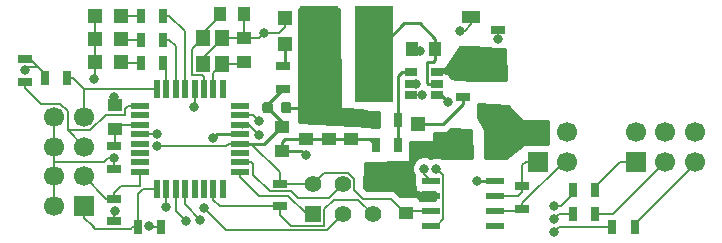
<source format=gtl>
G04 #@! TF.GenerationSoftware,KiCad,Pcbnew,5.0.0-fee4fd1~66~ubuntu18.04.1*
G04 #@! TF.CreationDate,2018-12-05T21:06:15-05:00*
G04 #@! TF.ProjectId,Steering2,5374656572696E67322E6B696361645F,rev?*
G04 #@! TF.SameCoordinates,Original*
G04 #@! TF.FileFunction,Copper,L1,Top,Signal*
G04 #@! TF.FilePolarity,Positive*
%FSLAX46Y46*%
G04 Gerber Fmt 4.6, Leading zero omitted, Abs format (unit mm)*
G04 Created by KiCad (PCBNEW 5.0.0-fee4fd1~66~ubuntu18.04.1) date Wed Dec  5 21:06:15 2018*
%MOMM*%
%LPD*%
G01*
G04 APERTURE LIST*
G04 #@! TA.AperFunction,SMDPad,CuDef*
%ADD10R,1.060000X0.650000*%
G04 #@! TD*
G04 #@! TA.AperFunction,SMDPad,CuDef*
%ADD11R,1.300000X0.700000*%
G04 #@! TD*
G04 #@! TA.AperFunction,ComponentPad*
%ADD12R,1.700000X1.700000*%
G04 #@! TD*
G04 #@! TA.AperFunction,ComponentPad*
%ADD13C,1.700000*%
G04 #@! TD*
G04 #@! TA.AperFunction,SMDPad,CuDef*
%ADD14R,1.600000X0.550000*%
G04 #@! TD*
G04 #@! TA.AperFunction,SMDPad,CuDef*
%ADD15R,0.550000X1.600000*%
G04 #@! TD*
G04 #@! TA.AperFunction,SMDPad,CuDef*
%ADD16R,1.250000X1.000000*%
G04 #@! TD*
G04 #@! TA.AperFunction,SMDPad,CuDef*
%ADD17R,1.600000X1.000000*%
G04 #@! TD*
G04 #@! TA.AperFunction,SMDPad,CuDef*
%ADD18R,1.000000X1.250000*%
G04 #@! TD*
G04 #@! TA.AperFunction,SMDPad,CuDef*
%ADD19R,1.200000X1.200000*%
G04 #@! TD*
G04 #@! TA.AperFunction,SMDPad,CuDef*
%ADD20R,1.778000X2.159000*%
G04 #@! TD*
G04 #@! TA.AperFunction,SMDPad,CuDef*
%ADD21R,2.500000X0.900000*%
G04 #@! TD*
G04 #@! TA.AperFunction,ComponentPad*
%ADD22C,1.400000*%
G04 #@! TD*
G04 #@! TA.AperFunction,ComponentPad*
%ADD23R,1.400000X1.400000*%
G04 #@! TD*
G04 #@! TA.AperFunction,SMDPad,CuDef*
%ADD24R,3.300000X8.200000*%
G04 #@! TD*
G04 #@! TA.AperFunction,SMDPad,CuDef*
%ADD25R,0.700000X1.300000*%
G04 #@! TD*
G04 #@! TA.AperFunction,Conductor*
%ADD26C,0.100000*%
G04 #@! TD*
G04 #@! TA.AperFunction,SMDPad,CuDef*
%ADD27C,0.875000*%
G04 #@! TD*
G04 #@! TA.AperFunction,SMDPad,CuDef*
%ADD28R,1.550000X0.600000*%
G04 #@! TD*
G04 #@! TA.AperFunction,SMDPad,CuDef*
%ADD29R,1.200000X1.400000*%
G04 #@! TD*
G04 #@! TA.AperFunction,ViaPad*
%ADD30C,0.800000*%
G04 #@! TD*
G04 #@! TA.AperFunction,Conductor*
%ADD31C,0.152400*%
G04 #@! TD*
G04 #@! TA.AperFunction,Conductor*
%ADD32C,0.254000*%
G04 #@! TD*
G04 APERTURE END LIST*
D10*
G04 #@! TO.P,U2,1*
G04 #@! TO.N,GND*
X71102400Y-32903200D03*
G04 #@! TO.P,U2,2*
G04 #@! TO.N,Net-(C5-Pad2)*
X71102400Y-31953200D03*
G04 #@! TO.P,U2,3*
G04 #@! TO.N,/12V_Fused*
X71102400Y-31003200D03*
G04 #@! TO.P,U2,4*
G04 #@! TO.N,Net-(R18-Pad1)*
X68902400Y-31003200D03*
G04 #@! TO.P,U2,6*
G04 #@! TO.N,Net-(C5-Pad1)*
X68902400Y-32903200D03*
G04 #@! TO.P,U2,5*
G04 #@! TO.N,Net-(R17-Pad1)*
X68902400Y-31953200D03*
G04 #@! TD*
D11*
G04 #@! TO.P,R10,2*
G04 #@! TO.N,GND*
X43764200Y-43596600D03*
G04 #@! TO.P,R10,1*
G04 #@! TO.N,/B3_In*
X43764200Y-41696600D03*
G04 #@! TD*
D12*
G04 #@! TO.P,J3,1*
G04 #@! TO.N,/CANH*
X79629000Y-38544500D03*
D13*
G04 #@! TO.P,J3,2*
G04 #@! TO.N,/CANL*
X82129000Y-38544500D03*
G04 #@! TO.P,J3,3*
G04 #@! TO.N,+12V*
X79629000Y-36044500D03*
G04 #@! TO.P,J3,4*
G04 #@! TO.N,GND*
X82129000Y-36044500D03*
G04 #@! TD*
D14*
G04 #@! TO.P,IC1,1*
G04 #@! TO.N,/MISO*
X54440400Y-39426800D03*
G04 #@! TO.P,IC1,2*
G04 #@! TO.N,/MOSI*
X54440400Y-38626800D03*
G04 #@! TO.P,IC1,3*
G04 #@! TO.N,Net-(IC1-Pad3)*
X54440400Y-37826800D03*
G04 #@! TO.P,IC1,4*
G04 #@! TO.N,VCC*
X54440400Y-37026800D03*
G04 #@! TO.P,IC1,5*
G04 #@! TO.N,GND*
X54440400Y-36226800D03*
G04 #@! TO.P,IC1,6*
G04 #@! TO.N,/TXCAN*
X54440400Y-35426800D03*
G04 #@! TO.P,IC1,7*
G04 #@! TO.N,/RXCAN*
X54440400Y-34626800D03*
G04 #@! TO.P,IC1,8*
G04 #@! TO.N,Net-(IC1-Pad8)*
X54440400Y-33826800D03*
D15*
G04 #@! TO.P,IC1,9*
G04 #@! TO.N,Net-(IC1-Pad9)*
X52990400Y-32376800D03*
G04 #@! TO.P,IC1,10*
G04 #@! TO.N,Net-(C8-Pad1)*
X52190400Y-32376800D03*
G04 #@! TO.P,IC1,11*
G04 #@! TO.N,Net-(C6-Pad1)*
X51390400Y-32376800D03*
G04 #@! TO.P,IC1,12*
G04 #@! TO.N,/SCK*
X50590400Y-32376800D03*
G04 #@! TO.P,IC1,13*
G04 #@! TO.N,/P_LED_1*
X49790400Y-32376800D03*
G04 #@! TO.P,IC1,14*
G04 #@! TO.N,/P_LED_2*
X48990400Y-32376800D03*
G04 #@! TO.P,IC1,15*
G04 #@! TO.N,/P_LED_3*
X48190400Y-32376800D03*
G04 #@! TO.P,IC1,16*
G04 #@! TO.N,/B1_In*
X47390400Y-32376800D03*
D14*
G04 #@! TO.P,IC1,17*
G04 #@! TO.N,/B2_In*
X45940400Y-33826800D03*
G04 #@! TO.P,IC1,18*
G04 #@! TO.N,Net-(IC1-Pad18)*
X45940400Y-34626800D03*
G04 #@! TO.P,IC1,19*
G04 #@! TO.N,Net-(C2-Pad1)*
X45940400Y-35426800D03*
G04 #@! TO.P,IC1,20*
G04 #@! TO.N,GND*
X45940400Y-36226800D03*
G04 #@! TO.P,IC1,21*
G04 #@! TO.N,Net-(IC1-Pad21)*
X45940400Y-37026800D03*
G04 #@! TO.P,IC1,22*
G04 #@! TO.N,Net-(IC1-Pad22)*
X45940400Y-37826800D03*
G04 #@! TO.P,IC1,23*
G04 #@! TO.N,Net-(IC1-Pad23)*
X45940400Y-38626800D03*
G04 #@! TO.P,IC1,24*
G04 #@! TO.N,/B3_In*
X45940400Y-39426800D03*
D15*
G04 #@! TO.P,IC1,25*
G04 #@! TO.N,/B4_In*
X47390400Y-40876800D03*
G04 #@! TO.P,IC1,26*
G04 #@! TO.N,/LED_Driver1*
X48190400Y-40876800D03*
G04 #@! TO.P,IC1,27*
G04 #@! TO.N,/LED_Driver2*
X48990400Y-40876800D03*
G04 #@! TO.P,IC1,28*
G04 #@! TO.N,/LED_Driver3*
X49790400Y-40876800D03*
G04 #@! TO.P,IC1,29*
G04 #@! TO.N,Net-(IC1-Pad29)*
X50590400Y-40876800D03*
G04 #@! TO.P,IC1,30*
G04 #@! TO.N,Net-(IC1-Pad30)*
X51390400Y-40876800D03*
G04 #@! TO.P,IC1,31*
G04 #@! TO.N,/RESET*
X52190400Y-40876800D03*
G04 #@! TO.P,IC1,32*
G04 #@! TO.N,Net-(IC1-Pad32)*
X52990400Y-40876800D03*
G04 #@! TD*
D16*
G04 #@! TO.P,C1,1*
G04 #@! TO.N,VCC*
X58013600Y-35626800D03*
G04 #@! TO.P,C1,2*
G04 #@! TO.N,GND*
X58013600Y-37626800D03*
G04 #@! TD*
G04 #@! TO.P,C2,1*
G04 #@! TO.N,Net-(C2-Pad1)*
X43815000Y-35798000D03*
G04 #@! TO.P,C2,2*
G04 #@! TO.N,GND*
X43815000Y-33798000D03*
G04 #@! TD*
D17*
G04 #@! TO.P,C3,1*
G04 #@! TO.N,/12V_Fused*
X73964800Y-29287600D03*
G04 #@! TO.P,C3,2*
G04 #@! TO.N,GND*
X73964800Y-26287600D03*
G04 #@! TD*
D16*
G04 #@! TO.P,C4,2*
G04 #@! TO.N,GND*
X68529200Y-40868600D03*
G04 #@! TO.P,C4,1*
G04 #@! TO.N,VCC*
X68529200Y-42868600D03*
G04 #@! TD*
D18*
G04 #@! TO.P,C5,2*
G04 #@! TO.N,Net-(C5-Pad2)*
X70986400Y-29057600D03*
G04 #@! TO.P,C5,1*
G04 #@! TO.N,Net-(C5-Pad1)*
X68986400Y-29057600D03*
G04 #@! TD*
G04 #@! TO.P,C6,1*
G04 #@! TO.N,Net-(C6-Pad1)*
X52746400Y-26085800D03*
G04 #@! TO.P,C6,2*
G04 #@! TO.N,GND*
X54746400Y-26085800D03*
G04 #@! TD*
D16*
G04 #@! TO.P,C7,1*
G04 #@! TO.N,Net-(C11-Pad1)*
X60051900Y-34617206D03*
G04 #@! TO.P,C7,2*
G04 #@! TO.N,GND*
X60051900Y-36617206D03*
G04 #@! TD*
G04 #@! TO.P,C8,2*
G04 #@! TO.N,GND*
X54762400Y-28108400D03*
G04 #@! TO.P,C8,1*
G04 #@! TO.N,Net-(C8-Pad1)*
X54762400Y-30108400D03*
G04 #@! TD*
G04 #@! TO.P,C11,1*
G04 #@! TO.N,Net-(C11-Pad1)*
X61956900Y-34617206D03*
G04 #@! TO.P,C11,2*
G04 #@! TO.N,GND*
X61956900Y-36617206D03*
G04 #@! TD*
G04 #@! TO.P,C12,2*
G04 #@! TO.N,GND*
X63861900Y-36601206D03*
G04 #@! TO.P,C12,1*
G04 #@! TO.N,Net-(C11-Pad1)*
X63861900Y-34601206D03*
G04 #@! TD*
D19*
G04 #@! TO.P,D1,2*
G04 #@! TO.N,Net-(D1-Pad2)*
X69545200Y-35374400D03*
G04 #@! TO.P,D1,1*
G04 #@! TO.N,GND*
X69545200Y-37574400D03*
G04 #@! TD*
G04 #@! TO.P,D2,1*
G04 #@! TO.N,GND*
X58216800Y-26433600D03*
G04 #@! TO.P,D2,2*
G04 #@! TO.N,Net-(D2-Pad2)*
X58216800Y-28633600D03*
G04 #@! TD*
G04 #@! TO.P,D4,2*
G04 #@! TO.N,Net-(D4-Pad2)*
X44348400Y-30124400D03*
G04 #@! TO.P,D4,1*
G04 #@! TO.N,GND*
X42148400Y-30124400D03*
G04 #@! TD*
G04 #@! TO.P,D5,1*
G04 #@! TO.N,GND*
X42148400Y-26187400D03*
G04 #@! TO.P,D5,2*
G04 #@! TO.N,Net-(D5-Pad2)*
X44348400Y-26187400D03*
G04 #@! TD*
G04 #@! TO.P,D6,2*
G04 #@! TO.N,Net-(D6-Pad2)*
X44348400Y-28168600D03*
G04 #@! TO.P,D6,1*
G04 #@! TO.N,GND*
X42148400Y-28168600D03*
G04 #@! TD*
D20*
G04 #@! TO.P,D7,2*
G04 #@! TO.N,GND*
X71882000Y-37084000D03*
G04 #@! TO.P,D7,1*
G04 #@! TO.N,+12V*
X75946000Y-37084000D03*
G04 #@! TD*
D21*
G04 #@! TO.P,F1,1*
G04 #@! TO.N,+12V*
X75844400Y-34165200D03*
G04 #@! TO.P,F1,2*
G04 #@! TO.N,/12V_Fused*
X75844400Y-31265200D03*
G04 #@! TD*
D22*
G04 #@! TO.P,J4,6*
G04 #@! TO.N,GND*
X65684400Y-40487600D03*
G04 #@! TO.P,J4,5*
G04 #@! TO.N,/RESET*
X65684400Y-43027600D03*
G04 #@! TO.P,J4,4*
G04 #@! TO.N,/MOSI*
X63144400Y-40487600D03*
G04 #@! TO.P,J4,3*
G04 #@! TO.N,/SCK*
X63144400Y-43027600D03*
G04 #@! TO.P,J4,2*
G04 #@! TO.N,VCC*
X60604400Y-40487600D03*
D23*
G04 #@! TO.P,J4,1*
G04 #@! TO.N,/MISO*
X60604400Y-43027600D03*
G04 #@! TD*
D24*
G04 #@! TO.P,L1,1*
G04 #@! TO.N,Net-(C5-Pad2)*
X65799200Y-29413200D03*
G04 #@! TO.P,L1,2*
G04 #@! TO.N,Net-(C11-Pad1)*
X61099200Y-29413200D03*
G04 #@! TD*
D11*
G04 #@! TO.P,R1,1*
G04 #@! TO.N,VCC*
X43764200Y-39136400D03*
G04 #@! TO.P,R1,2*
G04 #@! TO.N,Net-(C2-Pad1)*
X43764200Y-37236400D03*
G04 #@! TD*
G04 #@! TO.P,R2,2*
G04 #@! TO.N,/RESET*
X57810400Y-42352000D03*
G04 #@! TO.P,R2,1*
G04 #@! TO.N,VCC*
X57810400Y-40452000D03*
G04 #@! TD*
D25*
G04 #@! TO.P,R3,2*
G04 #@! TO.N,/LED_Driver1*
X85943400Y-44119800D03*
G04 #@! TO.P,R3,1*
G04 #@! TO.N,/LED1_Out*
X87843400Y-44119800D03*
G04 #@! TD*
G04 #@! TO.P,R4,1*
G04 #@! TO.N,/P_LED_1*
X47940000Y-26187400D03*
G04 #@! TO.P,R4,2*
G04 #@! TO.N,Net-(D5-Pad2)*
X46040000Y-26187400D03*
G04 #@! TD*
G04 #@! TO.P,R5,1*
G04 #@! TO.N,/P_LED_2*
X47940000Y-28219400D03*
G04 #@! TO.P,R5,2*
G04 #@! TO.N,Net-(D6-Pad2)*
X46040000Y-28219400D03*
G04 #@! TD*
G04 #@! TO.P,R6,2*
G04 #@! TO.N,Net-(D4-Pad2)*
X46055200Y-30200600D03*
G04 #@! TO.P,R6,1*
G04 #@! TO.N,/P_LED_3*
X47955200Y-30200600D03*
G04 #@! TD*
D11*
G04 #@! TO.P,R7,1*
G04 #@! TO.N,/CANH*
X78333600Y-40655200D03*
G04 #@! TO.P,R7,2*
G04 #@! TO.N,/CANL*
X78333600Y-42555200D03*
G04 #@! TD*
D25*
G04 #@! TO.P,R8,2*
G04 #@! TO.N,GND*
X37927200Y-31470600D03*
G04 #@! TO.P,R8,1*
G04 #@! TO.N,/B1_In*
X39827200Y-31470600D03*
G04 #@! TD*
G04 #@! TO.P,R9,1*
G04 #@! TO.N,/LED2_Out*
X84516000Y-43002200D03*
G04 #@! TO.P,R9,2*
G04 #@! TO.N,/LED_Driver2*
X82616000Y-43002200D03*
G04 #@! TD*
G04 #@! TO.P,R11,1*
G04 #@! TO.N,/LED3_Out*
X84490600Y-40995600D03*
G04 #@! TO.P,R11,2*
G04 #@! TO.N,/LED_Driver3*
X82590600Y-40995600D03*
G04 #@! TD*
D11*
G04 #@! TO.P,R12,2*
G04 #@! TO.N,Net-(D2-Pad2)*
X58115200Y-30469800D03*
G04 #@! TO.P,R12,1*
G04 #@! TO.N,VCC*
X58115200Y-32369800D03*
G04 #@! TD*
G04 #@! TO.P,R13,1*
G04 #@! TO.N,/B2_In*
X36220400Y-31785600D03*
G04 #@! TO.P,R13,2*
G04 #@! TO.N,GND*
X36220400Y-29885600D03*
G04 #@! TD*
D25*
G04 #@! TO.P,R14,1*
G04 #@! TO.N,/B4_In*
X45811400Y-44094400D03*
G04 #@! TO.P,R14,2*
G04 #@! TO.N,GND*
X47711400Y-44094400D03*
G04 #@! TD*
D11*
G04 #@! TO.P,R16,2*
G04 #@! TO.N,Net-(D1-Pad2)*
X73304400Y-33070800D03*
G04 #@! TO.P,R16,1*
G04 #@! TO.N,/12V_Fused*
X73304400Y-31170800D03*
G04 #@! TD*
G04 #@! TO.P,R17,2*
G04 #@! TO.N,/12V_Fused*
X76301600Y-29296400D03*
G04 #@! TO.P,R17,1*
G04 #@! TO.N,Net-(R17-Pad1)*
X76301600Y-27396400D03*
G04 #@! TD*
D25*
G04 #@! TO.P,R19,1*
G04 #@! TO.N,Net-(C11-Pad1)*
X65902800Y-35001200D03*
G04 #@! TO.P,R19,2*
G04 #@! TO.N,Net-(R18-Pad1)*
X67802800Y-35001200D03*
G04 #@! TD*
D26*
G04 #@! TO.N,VCC*
G04 #@! TO.C,R20*
G36*
X57009091Y-33511253D02*
X57030326Y-33514403D01*
X57051150Y-33519619D01*
X57071362Y-33526851D01*
X57090768Y-33536030D01*
X57109181Y-33547066D01*
X57126424Y-33559854D01*
X57142330Y-33574270D01*
X57156746Y-33590176D01*
X57169534Y-33607419D01*
X57180570Y-33625832D01*
X57189749Y-33645238D01*
X57196981Y-33665450D01*
X57202197Y-33686274D01*
X57205347Y-33707509D01*
X57206400Y-33728950D01*
X57206400Y-34241450D01*
X57205347Y-34262891D01*
X57202197Y-34284126D01*
X57196981Y-34304950D01*
X57189749Y-34325162D01*
X57180570Y-34344568D01*
X57169534Y-34362981D01*
X57156746Y-34380224D01*
X57142330Y-34396130D01*
X57126424Y-34410546D01*
X57109181Y-34423334D01*
X57090768Y-34434370D01*
X57071362Y-34443549D01*
X57051150Y-34450781D01*
X57030326Y-34455997D01*
X57009091Y-34459147D01*
X56987650Y-34460200D01*
X56550150Y-34460200D01*
X56528709Y-34459147D01*
X56507474Y-34455997D01*
X56486650Y-34450781D01*
X56466438Y-34443549D01*
X56447032Y-34434370D01*
X56428619Y-34423334D01*
X56411376Y-34410546D01*
X56395470Y-34396130D01*
X56381054Y-34380224D01*
X56368266Y-34362981D01*
X56357230Y-34344568D01*
X56348051Y-34325162D01*
X56340819Y-34304950D01*
X56335603Y-34284126D01*
X56332453Y-34262891D01*
X56331400Y-34241450D01*
X56331400Y-33728950D01*
X56332453Y-33707509D01*
X56335603Y-33686274D01*
X56340819Y-33665450D01*
X56348051Y-33645238D01*
X56357230Y-33625832D01*
X56368266Y-33607419D01*
X56381054Y-33590176D01*
X56395470Y-33574270D01*
X56411376Y-33559854D01*
X56428619Y-33547066D01*
X56447032Y-33536030D01*
X56466438Y-33526851D01*
X56486650Y-33519619D01*
X56507474Y-33514403D01*
X56528709Y-33511253D01*
X56550150Y-33510200D01*
X56987650Y-33510200D01*
X57009091Y-33511253D01*
X57009091Y-33511253D01*
G37*
D27*
G04 #@! TD*
G04 #@! TO.P,R20,1*
G04 #@! TO.N,VCC*
X56768900Y-33985200D03*
D26*
G04 #@! TO.N,Net-(C11-Pad1)*
G04 #@! TO.C,R20*
G36*
X58584091Y-33511253D02*
X58605326Y-33514403D01*
X58626150Y-33519619D01*
X58646362Y-33526851D01*
X58665768Y-33536030D01*
X58684181Y-33547066D01*
X58701424Y-33559854D01*
X58717330Y-33574270D01*
X58731746Y-33590176D01*
X58744534Y-33607419D01*
X58755570Y-33625832D01*
X58764749Y-33645238D01*
X58771981Y-33665450D01*
X58777197Y-33686274D01*
X58780347Y-33707509D01*
X58781400Y-33728950D01*
X58781400Y-34241450D01*
X58780347Y-34262891D01*
X58777197Y-34284126D01*
X58771981Y-34304950D01*
X58764749Y-34325162D01*
X58755570Y-34344568D01*
X58744534Y-34362981D01*
X58731746Y-34380224D01*
X58717330Y-34396130D01*
X58701424Y-34410546D01*
X58684181Y-34423334D01*
X58665768Y-34434370D01*
X58646362Y-34443549D01*
X58626150Y-34450781D01*
X58605326Y-34455997D01*
X58584091Y-34459147D01*
X58562650Y-34460200D01*
X58125150Y-34460200D01*
X58103709Y-34459147D01*
X58082474Y-34455997D01*
X58061650Y-34450781D01*
X58041438Y-34443549D01*
X58022032Y-34434370D01*
X58003619Y-34423334D01*
X57986376Y-34410546D01*
X57970470Y-34396130D01*
X57956054Y-34380224D01*
X57943266Y-34362981D01*
X57932230Y-34344568D01*
X57923051Y-34325162D01*
X57915819Y-34304950D01*
X57910603Y-34284126D01*
X57907453Y-34262891D01*
X57906400Y-34241450D01*
X57906400Y-33728950D01*
X57907453Y-33707509D01*
X57910603Y-33686274D01*
X57915819Y-33665450D01*
X57923051Y-33645238D01*
X57932230Y-33625832D01*
X57943266Y-33607419D01*
X57956054Y-33590176D01*
X57970470Y-33574270D01*
X57986376Y-33559854D01*
X58003619Y-33547066D01*
X58022032Y-33536030D01*
X58041438Y-33526851D01*
X58061650Y-33519619D01*
X58082474Y-33514403D01*
X58103709Y-33511253D01*
X58125150Y-33510200D01*
X58562650Y-33510200D01*
X58584091Y-33511253D01*
X58584091Y-33511253D01*
G37*
D27*
G04 #@! TD*
G04 #@! TO.P,R20,2*
G04 #@! TO.N,Net-(C11-Pad1)*
X58343900Y-33985200D03*
D28*
G04 #@! TO.P,U1,1*
G04 #@! TO.N,/TXCAN*
X70604400Y-40208200D03*
G04 #@! TO.P,U1,2*
G04 #@! TO.N,GND*
X70604400Y-41478200D03*
G04 #@! TO.P,U1,3*
G04 #@! TO.N,VCC*
X70604400Y-42748200D03*
G04 #@! TO.P,U1,4*
G04 #@! TO.N,/RXCAN*
X70604400Y-44018200D03*
G04 #@! TO.P,U1,5*
G04 #@! TO.N,Net-(U1-Pad5)*
X76004400Y-44018200D03*
G04 #@! TO.P,U1,6*
G04 #@! TO.N,/CANL*
X76004400Y-42748200D03*
G04 #@! TO.P,U1,7*
G04 #@! TO.N,/CANH*
X76004400Y-41478200D03*
G04 #@! TO.P,U1,8*
G04 #@! TO.N,GND*
X76004400Y-40208200D03*
G04 #@! TD*
D29*
G04 #@! TO.P,Y1,1*
G04 #@! TO.N,Net-(C6-Pad1)*
X51270000Y-28059200D03*
G04 #@! TO.P,Y1,2*
G04 #@! TO.N,GND*
X51270000Y-30259200D03*
G04 #@! TO.P,Y1,3*
G04 #@! TO.N,Net-(C8-Pad1)*
X52870000Y-30259200D03*
G04 #@! TO.P,Y1,4*
G04 #@! TO.N,GND*
X52870000Y-28059200D03*
G04 #@! TD*
D12*
G04 #@! TO.P,J1,1*
G04 #@! TO.N,/LED3_Out*
X87947500Y-38544500D03*
D13*
G04 #@! TO.P,J1,2*
G04 #@! TO.N,/LED2_Out*
X90447500Y-38544500D03*
G04 #@! TO.P,J1,3*
G04 #@! TO.N,/LED1_Out*
X92947500Y-38544500D03*
G04 #@! TO.P,J1,4*
G04 #@! TO.N,GND*
X87947500Y-36044500D03*
G04 #@! TO.P,J1,5*
X90447500Y-36044500D03*
G04 #@! TO.P,J1,6*
X92947500Y-36044500D03*
G04 #@! TD*
D12*
G04 #@! TO.P,J2,1*
G04 #@! TO.N,/B4_In*
X41224200Y-42291000D03*
D13*
G04 #@! TO.P,J2,2*
G04 #@! TO.N,/B3_In*
X41224200Y-39791000D03*
G04 #@! TO.P,J2,3*
G04 #@! TO.N,/B2_In*
X41224200Y-37291000D03*
G04 #@! TO.P,J2,4*
G04 #@! TO.N,/B1_In*
X41224200Y-34791000D03*
G04 #@! TO.P,J2,5*
G04 #@! TO.N,VCC*
X38724200Y-42291000D03*
G04 #@! TO.P,J2,6*
X38724200Y-39791000D03*
G04 #@! TO.P,J2,7*
X38724200Y-37291000D03*
G04 #@! TO.P,J2,8*
X38724200Y-34791000D03*
G04 #@! TD*
D25*
G04 #@! TO.P,R18,1*
G04 #@! TO.N,Net-(R18-Pad1)*
X67838400Y-37109400D03*
G04 #@! TO.P,R18,2*
G04 #@! TO.N,GND*
X65938400Y-37109400D03*
G04 #@! TD*
D30*
G04 #@! TO.N,VCC*
X47424959Y-37245394D03*
X43789600Y-38277800D03*
G04 #@! TO.N,GND*
X73583800Y-37769800D03*
X73075800Y-27457400D03*
X72064764Y-33531848D03*
X47396400Y-36245800D03*
X74498200Y-40233600D03*
X52171600Y-36569194D03*
X59994800Y-37998400D03*
X46761402Y-44043600D03*
X43789600Y-33053000D03*
X42113200Y-31572200D03*
X43815000Y-42697400D03*
X36220400Y-30835598D03*
X67411600Y-40589200D03*
X71196200Y-37566600D03*
X68427600Y-40132000D03*
X73533000Y-36220400D03*
X72872600Y-37134800D03*
X56464200Y-27686000D03*
G04 #@! TO.N,Net-(C5-Pad1)*
X69824600Y-32943800D03*
X69697600Y-29184600D03*
G04 #@! TO.N,/TXCAN*
X56083200Y-36322000D03*
X70027800Y-39141400D03*
G04 #@! TO.N,/RXCAN*
X71027456Y-39167706D03*
X56057800Y-35153600D03*
G04 #@! TO.N,/SCK*
X51358800Y-42468800D03*
X50520600Y-33909000D03*
G04 #@! TO.N,/LED_Driver3*
X81000600Y-42291000D03*
X51079400Y-43459400D03*
G04 #@! TO.N,/LED_Driver2*
X81026000Y-43383200D03*
X49844027Y-43600735D03*
G04 #@! TO.N,/LED_Driver1*
X81051400Y-44551600D03*
X48183800Y-42392600D03*
G04 #@! TO.N,Net-(R17-Pad1)*
X69342000Y-31965900D03*
X76276200Y-28168600D03*
G04 #@! TD*
D31*
G04 #@! TO.N,VCC*
X68945000Y-42748200D02*
X68529200Y-43164000D01*
D32*
X58013600Y-35229900D02*
X56768900Y-33985200D01*
X56768900Y-33716100D02*
X58115200Y-32369800D01*
X56768900Y-33985200D02*
X56768900Y-33716100D01*
X55494400Y-37026800D02*
X54440400Y-37026800D01*
D31*
X68529200Y-43164000D02*
X68404200Y-43164000D01*
X47990644Y-37245394D02*
X47424959Y-37245394D01*
X53269406Y-37245394D02*
X47990644Y-37245394D01*
X53488000Y-37026800D02*
X53269406Y-37245394D01*
X54440400Y-37026800D02*
X53488000Y-37026800D01*
X60604400Y-40487600D02*
X57846000Y-40487600D01*
X55392800Y-37026800D02*
X54440400Y-37026800D01*
X57810400Y-40452000D02*
X57810400Y-39444400D01*
X57810400Y-39444400D02*
X55392800Y-37026800D01*
X43764200Y-39136400D02*
X43764200Y-38303200D01*
X43764200Y-38303200D02*
X43789600Y-38277800D01*
X42919115Y-38582600D02*
X43223915Y-38277800D01*
X38724200Y-38582600D02*
X42919115Y-38582600D01*
X38724200Y-38582600D02*
X38724200Y-42291000D01*
X43223915Y-38277800D02*
X43789600Y-38277800D01*
X38724200Y-34791000D02*
X38724200Y-38582600D01*
X68649600Y-42748200D02*
X68529200Y-42868600D01*
X70604400Y-42748200D02*
X68649600Y-42748200D01*
X67242400Y-41706800D02*
X68404200Y-42868600D01*
X68404200Y-42868600D02*
X68529200Y-42868600D01*
X60604400Y-40487600D02*
X61580601Y-39511399D01*
X64120601Y-40019023D02*
X64120601Y-40956177D01*
X61580601Y-39511399D02*
X63612977Y-39511399D01*
X64871224Y-41706800D02*
X67242400Y-41706800D01*
X63612977Y-39511399D02*
X64120601Y-40019023D01*
X64120601Y-40956177D02*
X64871224Y-41706800D01*
D32*
X57888600Y-35626800D02*
X58013600Y-35626800D01*
X56466399Y-37049001D02*
X57888600Y-35626800D01*
X55516601Y-37049001D02*
X56466399Y-37049001D01*
X55494400Y-37026800D02*
X55516601Y-37049001D01*
G04 #@! TO.N,GND*
X71102400Y-32903200D02*
X71436116Y-32903200D01*
X71436116Y-32903200D02*
X72064764Y-33531848D01*
D31*
X42148400Y-26939800D02*
X42148400Y-28168600D01*
X42148400Y-26187400D02*
X42148400Y-26939800D01*
X42148400Y-28921000D02*
X42148400Y-30124400D01*
X42148400Y-28168600D02*
X42148400Y-28921000D01*
X53273200Y-27656000D02*
X52870000Y-28059200D01*
X54713200Y-28059200D02*
X54762400Y-28108400D01*
X52870000Y-28059200D02*
X54713200Y-28059200D01*
X45940400Y-36226800D02*
X47377400Y-36226800D01*
X47377400Y-36226800D02*
X47396400Y-36245800D01*
X52870000Y-28159200D02*
X52870000Y-28059200D01*
X51270000Y-29759200D02*
X52870000Y-28159200D01*
X51270000Y-30259200D02*
X51270000Y-29759200D01*
D32*
X76004400Y-40208200D02*
X74523600Y-40208200D01*
X74523600Y-40208200D02*
X74498200Y-40233600D01*
X61972900Y-36601206D02*
X61956900Y-36617206D01*
X63861900Y-36601206D02*
X61972900Y-36601206D01*
X60051900Y-36617206D02*
X61956900Y-36617206D01*
X58013600Y-36872800D02*
X58013600Y-37626800D01*
X58269194Y-36617206D02*
X58013600Y-36872800D01*
X60051900Y-36617206D02*
X58269194Y-36617206D01*
X54440400Y-36226800D02*
X52513994Y-36226800D01*
X52513994Y-36226800D02*
X52171600Y-36569194D01*
X58013600Y-37626800D02*
X59623200Y-37626800D01*
X59623200Y-37626800D02*
X59994800Y-37998400D01*
X69545200Y-37574400D02*
X69545200Y-38049200D01*
X65430206Y-36601206D02*
X65938400Y-37109400D01*
X63861900Y-36601206D02*
X65430206Y-36601206D01*
D31*
X47711400Y-44094400D02*
X46812202Y-44094400D01*
X46812202Y-44094400D02*
X46761402Y-44043600D01*
X43815000Y-33798000D02*
X43815000Y-33078400D01*
X43815000Y-33078400D02*
X43789600Y-33053000D01*
X42148400Y-30124400D02*
X42148400Y-31537000D01*
X43764200Y-43596600D02*
X43764200Y-42748200D01*
X43764200Y-42748200D02*
X43815000Y-42697400D01*
X37927200Y-31170600D02*
X37927200Y-31470600D01*
X36220400Y-29885600D02*
X36642200Y-29885600D01*
X37338200Y-30581600D02*
X36474398Y-30581600D01*
X37338200Y-30581600D02*
X37927200Y-31170600D01*
X36474398Y-30581600D02*
X36220400Y-30835598D01*
X36642200Y-29885600D02*
X37338200Y-30581600D01*
X54746400Y-28092400D02*
X54762400Y-28108400D01*
X54746400Y-26085800D02*
X54746400Y-28092400D01*
X54762400Y-28108400D02*
X56041800Y-28108400D01*
X56041800Y-28108400D02*
X56464200Y-27686000D01*
X57029885Y-27686000D02*
X56464200Y-27686000D01*
X57716800Y-27686000D02*
X57029885Y-27686000D01*
X58216800Y-27186000D02*
X57716800Y-27686000D01*
X58216800Y-26433600D02*
X58216800Y-27186000D01*
X73447400Y-27457400D02*
X73075800Y-27457400D01*
X73964800Y-26940000D02*
X73447400Y-27457400D01*
X73964800Y-26287600D02*
X73964800Y-26940000D01*
G04 #@! TO.N,Net-(C2-Pad1)*
X44186200Y-35426800D02*
X43815000Y-35798000D01*
X45940400Y-35426800D02*
X44186200Y-35426800D01*
X43815000Y-37185600D02*
X43764200Y-37236400D01*
X43815000Y-35798000D02*
X43815000Y-37185600D01*
D32*
G04 #@! TO.N,Net-(C5-Pad2)*
X70318400Y-31953200D02*
X70245399Y-31880199D01*
X71205600Y-29182600D02*
X71205600Y-29057600D01*
X70245399Y-31880199D02*
X70245399Y-30142801D01*
X71102400Y-31953200D02*
X70318400Y-31953200D01*
X70780199Y-30142801D02*
X70986400Y-29936600D01*
X70986400Y-29936600D02*
X70986400Y-29057600D01*
X70245399Y-30142801D02*
X70780199Y-30142801D01*
X68355001Y-26857399D02*
X65799200Y-29413200D01*
X69665199Y-26857399D02*
X68355001Y-26857399D01*
X70986400Y-28178600D02*
X69665199Y-26857399D01*
X70986400Y-29057600D02*
X70986400Y-28178600D01*
D31*
G04 #@! TO.N,Net-(C5-Pad1)*
X69037200Y-29006800D02*
X68986400Y-29057600D01*
X69113400Y-29184600D02*
X68986400Y-29057600D01*
X69697600Y-29184600D02*
X69113400Y-29184600D01*
X69784000Y-32903200D02*
X69824600Y-32943800D01*
X68902400Y-32903200D02*
X69784000Y-32903200D01*
G04 #@! TO.N,Net-(C6-Pad1)*
X51270000Y-28159200D02*
X51270000Y-28059200D01*
X50393799Y-29035401D02*
X51270000Y-28159200D01*
X50393799Y-31180161D02*
X50393799Y-29035401D01*
X50449039Y-31235401D02*
X50393799Y-31180161D01*
X51201401Y-31235401D02*
X50449039Y-31235401D01*
X51390400Y-32376800D02*
X51390400Y-31424400D01*
X51390400Y-31424400D02*
X51201401Y-31235401D01*
X52746400Y-26210800D02*
X52746400Y-26085800D01*
X51270000Y-27687200D02*
X52746400Y-26210800D01*
X51270000Y-28059200D02*
X51270000Y-27687200D01*
D32*
G04 #@! TO.N,Net-(C11-Pad1)*
X59419894Y-33985200D02*
X60051900Y-34617206D01*
X58343900Y-33985200D02*
X59419894Y-33985200D01*
D31*
G04 #@! TO.N,Net-(C8-Pad1)*
X52190400Y-31038800D02*
X52870000Y-30359200D01*
X52870000Y-30359200D02*
X52870000Y-30259200D01*
X52190400Y-32376800D02*
X52190400Y-31038800D01*
X54611600Y-30259200D02*
X54762400Y-30108400D01*
X52870000Y-30259200D02*
X54611600Y-30259200D01*
D32*
G04 #@! TO.N,Net-(D1-Pad2)*
X70399200Y-35374400D02*
X69545200Y-35374400D01*
X71604800Y-35374400D02*
X70399200Y-35374400D01*
X73304400Y-33674800D02*
X71604800Y-35374400D01*
X73304400Y-33070800D02*
X73304400Y-33674800D01*
G04 #@! TO.N,Net-(D2-Pad2)*
X58216800Y-30368200D02*
X58115200Y-30469800D01*
X58216800Y-28633600D02*
X58216800Y-30368200D01*
D31*
G04 #@! TO.N,Net-(D4-Pad2)*
X44424600Y-30200600D02*
X44348400Y-30124400D01*
X46055200Y-30200600D02*
X44424600Y-30200600D01*
G04 #@! TO.N,Net-(D5-Pad2)*
X45537600Y-26187400D02*
X44348400Y-26187400D01*
X46040000Y-26187400D02*
X45537600Y-26187400D01*
G04 #@! TO.N,Net-(D6-Pad2)*
X44399200Y-28219400D02*
X44348400Y-28168600D01*
X46040000Y-28219400D02*
X44399200Y-28219400D01*
G04 #@! TO.N,/MISO*
X54440400Y-39854200D02*
X54440400Y-39426800D01*
X58474011Y-41430611D02*
X56016811Y-41430611D01*
X60071000Y-43027600D02*
X58474011Y-41430611D01*
X56016811Y-41430611D02*
X54440400Y-39854200D01*
X60604400Y-43027600D02*
X60071000Y-43027600D01*
G04 #@! TO.N,/MOSI*
X63144400Y-40487600D02*
X61969572Y-41662428D01*
X61969572Y-41662428D02*
X59340828Y-41662428D01*
X55516601Y-39655363D02*
X55516601Y-38750601D01*
X55392800Y-38626800D02*
X54440400Y-38626800D01*
X56939439Y-41078201D02*
X55516601Y-39655363D01*
X55516601Y-38750601D02*
X55392800Y-38626800D01*
X58756601Y-41078201D02*
X56939439Y-41078201D01*
X59340828Y-41662428D02*
X58756601Y-41078201D01*
G04 #@! TO.N,/TXCAN*
X70027800Y-39631600D02*
X70604400Y-40208200D01*
X70027800Y-39141400D02*
X70027800Y-39631600D01*
X54383400Y-35483800D02*
X54440400Y-35426800D01*
X54689199Y-35675599D02*
X54440400Y-35426800D01*
X55188000Y-35426800D02*
X54440400Y-35426800D01*
X56083200Y-36322000D02*
X55188000Y-35426800D01*
G04 #@! TO.N,/RXCAN*
X71136068Y-39167706D02*
X71027456Y-39167706D01*
X71655601Y-39687239D02*
X71136068Y-39167706D01*
X71655601Y-43441999D02*
X71655601Y-39687239D01*
X70604400Y-44018200D02*
X71079400Y-44018200D01*
X71079400Y-44018200D02*
X71655601Y-43441999D01*
X54440399Y-34626799D02*
X54440400Y-34626800D01*
X54433800Y-34620200D02*
X54440400Y-34626800D01*
X55531000Y-34626800D02*
X54440400Y-34626800D01*
X56057800Y-35153600D02*
X55531000Y-34626800D01*
G04 #@! TO.N,/SCK*
X53246211Y-44356211D02*
X51358800Y-42468800D01*
X63144400Y-43027600D02*
X61815789Y-44356211D01*
X61815789Y-44356211D02*
X53246211Y-44356211D01*
X50590400Y-32376800D02*
X50590400Y-33839200D01*
X50590400Y-33839200D02*
X50520600Y-33909000D01*
G04 #@! TO.N,/P_LED_1*
X47940000Y-25887400D02*
X47940000Y-26187400D01*
X48442400Y-26187400D02*
X47940000Y-26187400D01*
X49790400Y-27535400D02*
X48442400Y-26187400D01*
X49790400Y-32376800D02*
X49790400Y-27535400D01*
G04 #@! TO.N,/P_LED_2*
X48442400Y-28219400D02*
X47940000Y-28219400D01*
X48990400Y-28767400D02*
X48442400Y-28219400D01*
X48990400Y-32376800D02*
X48990400Y-28767400D01*
G04 #@! TO.N,/P_LED_3*
X48190400Y-30435800D02*
X47955200Y-30200600D01*
X48190400Y-32376800D02*
X48190400Y-30435800D01*
G04 #@! TO.N,/LED_Driver3*
X49826294Y-40912694D02*
X49790400Y-40876800D01*
X49860200Y-40946600D02*
X49790400Y-40876800D01*
X49790400Y-42170400D02*
X51079400Y-43459400D01*
X49790400Y-40876800D02*
X49790400Y-42170400D01*
X81566285Y-42291000D02*
X81000600Y-42291000D01*
X81595200Y-42291000D02*
X81566285Y-42291000D01*
X82590600Y-41295600D02*
X81595200Y-42291000D01*
X82590600Y-40995600D02*
X82590600Y-41295600D01*
G04 #@! TO.N,/LED_Driver2*
X48990400Y-41829200D02*
X48996600Y-41835400D01*
X48990400Y-40876800D02*
X48990400Y-41829200D01*
X48996600Y-41835400D02*
X48996600Y-42753308D01*
X48996600Y-42753308D02*
X49844027Y-43600735D01*
X81407000Y-43002200D02*
X81026000Y-43383200D01*
X82616000Y-43002200D02*
X81407000Y-43002200D01*
G04 #@! TO.N,/LED_Driver1*
X48195563Y-40881963D02*
X48190400Y-40876800D01*
X48183800Y-40883400D02*
X48190400Y-40876800D01*
X48183800Y-42392600D02*
X48183800Y-40883400D01*
X81483200Y-44119800D02*
X81051400Y-44551600D01*
X85943400Y-44119800D02*
X81483200Y-44119800D01*
G04 #@! TO.N,/B1_In*
X41224200Y-34791000D02*
X41224200Y-33588919D01*
X47390400Y-32376800D02*
X41224200Y-32376800D01*
X41224200Y-33588919D02*
X41224200Y-32376800D01*
X40329600Y-31470600D02*
X39827200Y-31470600D01*
X41224200Y-32365200D02*
X40329600Y-31470600D01*
X41224200Y-32376800D02*
X41224200Y-32365200D01*
G04 #@! TO.N,/B2_In*
X39850401Y-35917201D02*
X39850401Y-34302801D01*
X41224200Y-37291000D02*
X39850401Y-35917201D01*
X44988000Y-33826800D02*
X45940400Y-33826800D01*
X44716201Y-34098599D02*
X44988000Y-33826800D01*
X44716201Y-34518961D02*
X44716201Y-34098599D01*
X44660961Y-34574201D02*
X44716201Y-34518961D01*
X43107777Y-34574201D02*
X44660961Y-34574201D01*
X41764777Y-35917201D02*
X43107777Y-34574201D01*
X39850401Y-35917201D02*
X41764777Y-35917201D01*
X39212399Y-33664799D02*
X39850401Y-34302801D01*
X37597199Y-33664799D02*
X39212399Y-33664799D01*
X36220400Y-32288000D02*
X37597199Y-33664799D01*
X36220400Y-31785600D02*
X36220400Y-32288000D01*
G04 #@! TO.N,/B3_In*
X45940400Y-39426800D02*
X45940400Y-40628200D01*
X43129800Y-41696600D02*
X43764200Y-41696600D01*
X41224200Y-39791000D02*
X43129800Y-41696600D01*
X43764200Y-41194200D02*
X44330200Y-40628200D01*
X44330200Y-40628200D02*
X45940400Y-40628200D01*
X43764200Y-41696600D02*
X43764200Y-41194200D01*
G04 #@! TO.N,/B4_In*
X46963000Y-40876800D02*
X46945800Y-40894000D01*
X47390400Y-40876800D02*
X46963000Y-40876800D01*
X46945800Y-40894000D02*
X46253400Y-40894000D01*
X45811400Y-41336000D02*
X45811400Y-44094400D01*
X46253400Y-40894000D02*
X45811400Y-41336000D01*
X41224200Y-43293400D02*
X41224200Y-42291000D01*
X42153601Y-44222801D02*
X41960800Y-44030000D01*
X45811400Y-44094400D02*
X45309000Y-44094400D01*
X45309000Y-44094400D02*
X45180599Y-44222801D01*
X42025200Y-44094400D02*
X41960800Y-44030000D01*
X45180599Y-44222801D02*
X42153601Y-44222801D01*
X41960800Y-44030000D02*
X41224200Y-43293400D01*
G04 #@! TO.N,/RESET*
X61525361Y-44003801D02*
X58740601Y-44003801D01*
X61580601Y-43948561D02*
X61525361Y-44003801D01*
X61580601Y-42549781D02*
X61580601Y-43948561D01*
X62352191Y-41778191D02*
X61580601Y-42549781D01*
X64434991Y-41778191D02*
X62352191Y-41778191D01*
X65684400Y-43027600D02*
X64434991Y-41778191D01*
X57810400Y-43073600D02*
X57810400Y-42352000D01*
X58740601Y-44003801D02*
X57810400Y-43073600D01*
X57810400Y-42352000D02*
X52713200Y-42352000D01*
X52190400Y-41829200D02*
X52190400Y-40876800D01*
X52713200Y-42352000D02*
X52190400Y-41829200D01*
G04 #@! TO.N,/LED3_Out*
X84490600Y-40695600D02*
X84490600Y-40995600D01*
X86641700Y-38544500D02*
X84490600Y-40695600D01*
X87947500Y-38544500D02*
X86641700Y-38544500D01*
G04 #@! TO.N,/LED2_Out*
X85989800Y-43002200D02*
X84516000Y-43002200D01*
X90447500Y-38544500D02*
X85989800Y-43002200D01*
G04 #@! TO.N,/LED1_Out*
X92947500Y-38715700D02*
X92947500Y-38544500D01*
X87843400Y-43819800D02*
X92947500Y-38715700D01*
X87843400Y-44119800D02*
X87843400Y-43819800D01*
G04 #@! TO.N,/CANH*
X78333600Y-41157600D02*
X78333600Y-40655200D01*
X78013000Y-41478200D02*
X78333600Y-41157600D01*
X76004400Y-41478200D02*
X78013000Y-41478200D01*
X78626600Y-38544500D02*
X79629000Y-38544500D01*
X78333600Y-38837500D02*
X78626600Y-38544500D01*
X78333600Y-40655200D02*
X78333600Y-38837500D01*
G04 #@! TO.N,/CANL*
X78140600Y-42748200D02*
X78333600Y-42555200D01*
X76004400Y-42748200D02*
X78140600Y-42748200D01*
X81841900Y-38544500D02*
X82129000Y-38544500D01*
X78333600Y-42052800D02*
X81841900Y-38544500D01*
X78333600Y-42555200D02*
X78333600Y-42052800D01*
D32*
G04 #@! TO.N,Net-(R17-Pad1)*
X76352400Y-27345600D02*
X76301600Y-27396400D01*
D31*
X76276200Y-27421800D02*
X76301600Y-27396400D01*
X76276200Y-28168600D02*
X76276200Y-27421800D01*
X69329300Y-31953200D02*
X69342000Y-31965900D01*
X68902400Y-31953200D02*
X69329300Y-31953200D01*
D32*
G04 #@! TO.N,Net-(R18-Pad1)*
X67802800Y-34097200D02*
X67802800Y-35001200D01*
X67802800Y-31318800D02*
X67802800Y-34097200D01*
X68118400Y-31003200D02*
X67802800Y-31318800D01*
X68902400Y-31003200D02*
X68118400Y-31003200D01*
X67838400Y-35036800D02*
X67802800Y-35001200D01*
X67838400Y-37109400D02*
X67838400Y-35036800D01*
G04 #@! TD*
G04 #@! TO.N,/12V_Fused*
G36*
X75571918Y-28928029D02*
X75689920Y-29046031D01*
X76070326Y-29203600D01*
X76482074Y-29203600D01*
X76862480Y-29046031D01*
X76892914Y-29015597D01*
X76983022Y-31673800D01*
X74477946Y-31673800D01*
X72617570Y-31522959D01*
X72235134Y-31403448D01*
X72230557Y-31380435D01*
X72090209Y-31170391D01*
X71880165Y-31030043D01*
X71632400Y-30980760D01*
X71007399Y-30980760D01*
X71007399Y-30874536D01*
X71077516Y-30860589D01*
X71274549Y-30728936D01*
X71785476Y-30708499D01*
X71833652Y-30696896D01*
X71886948Y-30650712D01*
X73066860Y-28831681D01*
X75571918Y-28928029D01*
X75571918Y-28928029D01*
G37*
X75571918Y-28928029D02*
X75689920Y-29046031D01*
X76070326Y-29203600D01*
X76482074Y-29203600D01*
X76862480Y-29046031D01*
X76892914Y-29015597D01*
X76983022Y-31673800D01*
X74477946Y-31673800D01*
X72617570Y-31522959D01*
X72235134Y-31403448D01*
X72230557Y-31380435D01*
X72090209Y-31170391D01*
X71880165Y-31030043D01*
X71632400Y-30980760D01*
X71007399Y-30980760D01*
X71007399Y-30874536D01*
X71077516Y-30860589D01*
X71274549Y-30728936D01*
X71785476Y-30708499D01*
X71833652Y-30696896D01*
X71886948Y-30650712D01*
X73066860Y-28831681D01*
X75571918Y-28928029D01*
G04 #@! TO.N,+12V*
G36*
X77105898Y-33805253D02*
X78187459Y-35034300D01*
X78226824Y-35064399D01*
X78280040Y-35077370D01*
X80492600Y-35125469D01*
X80492600Y-37049765D01*
X80479000Y-37047060D01*
X78779000Y-37047060D01*
X78706267Y-37061527D01*
X78590774Y-37058640D01*
X78541947Y-37067089D01*
X78513478Y-37082474D01*
X76921094Y-38227000D01*
X75158600Y-38227000D01*
X75158600Y-35915600D01*
X75145192Y-35858804D01*
X74599800Y-34768020D01*
X74599800Y-33710683D01*
X77105898Y-33805253D01*
X77105898Y-33805253D01*
G37*
X77105898Y-33805253D02*
X78187459Y-35034300D01*
X78226824Y-35064399D01*
X78280040Y-35077370D01*
X80492600Y-35125469D01*
X80492600Y-37049765D01*
X80479000Y-37047060D01*
X78779000Y-37047060D01*
X78706267Y-37061527D01*
X78590774Y-37058640D01*
X78541947Y-37067089D01*
X78513478Y-37082474D01*
X76921094Y-38227000D01*
X75158600Y-38227000D01*
X75158600Y-35915600D01*
X75145192Y-35858804D01*
X74599800Y-34768020D01*
X74599800Y-33710683D01*
X77105898Y-33805253D01*
G04 #@! TO.N,Net-(C11-Pad1)*
G36*
X62941219Y-33987402D02*
X62951728Y-34035828D01*
X62979968Y-34076546D01*
X63021641Y-34103358D01*
X63068200Y-34112200D01*
X63905673Y-34112200D01*
X64149200Y-34160640D01*
X64753226Y-34160640D01*
X65392519Y-34360419D01*
X65430400Y-34366200D01*
X66217800Y-34366200D01*
X66217800Y-35602247D01*
X64738765Y-35505788D01*
X64734665Y-35503049D01*
X64486900Y-35453766D01*
X63941090Y-35453766D01*
X59461100Y-35161593D01*
X59446320Y-29323689D01*
X59464240Y-29233600D01*
X59464240Y-28033600D01*
X59442781Y-27925718D01*
X59440821Y-27151338D01*
X59464240Y-27033600D01*
X59464240Y-25833600D01*
X59437140Y-25697357D01*
X59436898Y-25602000D01*
X62795808Y-25602000D01*
X62941219Y-33987402D01*
X62941219Y-33987402D01*
G37*
X62941219Y-33987402D02*
X62951728Y-34035828D01*
X62979968Y-34076546D01*
X63021641Y-34103358D01*
X63068200Y-34112200D01*
X63905673Y-34112200D01*
X64149200Y-34160640D01*
X64753226Y-34160640D01*
X65392519Y-34360419D01*
X65430400Y-34366200D01*
X66217800Y-34366200D01*
X66217800Y-35602247D01*
X64738765Y-35505788D01*
X64734665Y-35503049D01*
X64486900Y-35453766D01*
X63941090Y-35453766D01*
X59461100Y-35161593D01*
X59446320Y-29323689D01*
X59464240Y-29233600D01*
X59464240Y-28033600D01*
X59442781Y-27925718D01*
X59440821Y-27151338D01*
X59464240Y-27033600D01*
X59464240Y-25833600D01*
X59437140Y-25697357D01*
X59436898Y-25602000D01*
X62795808Y-25602000D01*
X62941219Y-33987402D01*
G04 #@! TO.N,GND*
G36*
X73992556Y-35838459D02*
X74038475Y-38272174D01*
X72979599Y-38227115D01*
X72969667Y-38227081D01*
X71580913Y-38276679D01*
X71233330Y-38132706D01*
X70821582Y-38132706D01*
X70559382Y-38241312D01*
X70233674Y-38106400D01*
X69821926Y-38106400D01*
X69441520Y-38263969D01*
X69150369Y-38555120D01*
X68992800Y-38935526D01*
X68992800Y-39347274D01*
X69150369Y-39727680D01*
X69206669Y-39783980D01*
X69181960Y-39908200D01*
X69181960Y-40508200D01*
X69215000Y-40674305D01*
X69215000Y-40894000D01*
X69224667Y-40942601D01*
X69252197Y-40983803D01*
X69276659Y-41002902D01*
X69530659Y-41155302D01*
X69601144Y-41173296D01*
X70036658Y-41155640D01*
X70944402Y-41155640D01*
X70944401Y-41800760D01*
X69829400Y-41800760D01*
X69635808Y-41839267D01*
X69508854Y-41553620D01*
X69480281Y-41513135D01*
X69438390Y-41486665D01*
X69392800Y-41478200D01*
X68019588Y-41478200D01*
X67794823Y-41253435D01*
X67755146Y-41194054D01*
X67519896Y-41036864D01*
X67312446Y-40995600D01*
X67312441Y-40995600D01*
X67242400Y-40981668D01*
X67172359Y-40995600D01*
X65165813Y-40995600D01*
X64928687Y-40758474D01*
X65018835Y-38630972D01*
X68684157Y-38557174D01*
X68732553Y-38546531D01*
X68773192Y-38518177D01*
X68799887Y-38476429D01*
X68808473Y-38424519D01*
X68789192Y-37993916D01*
X68835840Y-37759400D01*
X68835840Y-36855400D01*
X70739000Y-36855400D01*
X70787601Y-36845733D01*
X70828803Y-36818203D01*
X70856333Y-36777001D01*
X70865962Y-36731497D01*
X70880477Y-36136400D01*
X71529757Y-36136400D01*
X71604800Y-36151327D01*
X71679843Y-36136400D01*
X71679848Y-36136400D01*
X71902117Y-36092188D01*
X72154171Y-35923771D01*
X72196683Y-35860147D01*
X72231711Y-35825119D01*
X73992556Y-35838459D01*
X73992556Y-35838459D01*
G37*
X73992556Y-35838459D02*
X74038475Y-38272174D01*
X72979599Y-38227115D01*
X72969667Y-38227081D01*
X71580913Y-38276679D01*
X71233330Y-38132706D01*
X70821582Y-38132706D01*
X70559382Y-38241312D01*
X70233674Y-38106400D01*
X69821926Y-38106400D01*
X69441520Y-38263969D01*
X69150369Y-38555120D01*
X68992800Y-38935526D01*
X68992800Y-39347274D01*
X69150369Y-39727680D01*
X69206669Y-39783980D01*
X69181960Y-39908200D01*
X69181960Y-40508200D01*
X69215000Y-40674305D01*
X69215000Y-40894000D01*
X69224667Y-40942601D01*
X69252197Y-40983803D01*
X69276659Y-41002902D01*
X69530659Y-41155302D01*
X69601144Y-41173296D01*
X70036658Y-41155640D01*
X70944402Y-41155640D01*
X70944401Y-41800760D01*
X69829400Y-41800760D01*
X69635808Y-41839267D01*
X69508854Y-41553620D01*
X69480281Y-41513135D01*
X69438390Y-41486665D01*
X69392800Y-41478200D01*
X68019588Y-41478200D01*
X67794823Y-41253435D01*
X67755146Y-41194054D01*
X67519896Y-41036864D01*
X67312446Y-40995600D01*
X67312441Y-40995600D01*
X67242400Y-40981668D01*
X67172359Y-40995600D01*
X65165813Y-40995600D01*
X64928687Y-40758474D01*
X65018835Y-38630972D01*
X68684157Y-38557174D01*
X68732553Y-38546531D01*
X68773192Y-38518177D01*
X68799887Y-38476429D01*
X68808473Y-38424519D01*
X68789192Y-37993916D01*
X68835840Y-37759400D01*
X68835840Y-36855400D01*
X70739000Y-36855400D01*
X70787601Y-36845733D01*
X70828803Y-36818203D01*
X70856333Y-36777001D01*
X70865962Y-36731497D01*
X70880477Y-36136400D01*
X71529757Y-36136400D01*
X71604800Y-36151327D01*
X71679843Y-36136400D01*
X71679848Y-36136400D01*
X71902117Y-36092188D01*
X72154171Y-35923771D01*
X72196683Y-35860147D01*
X72231711Y-35825119D01*
X73992556Y-35838459D01*
G04 #@! TD*
M02*

</source>
